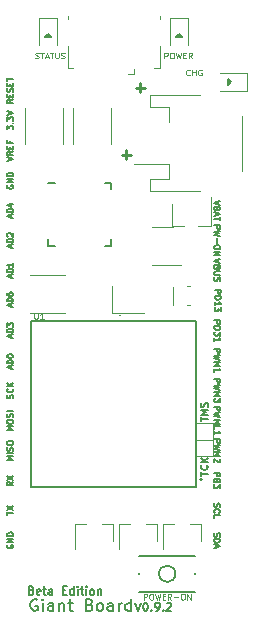
<source format=gto>
G04 #@! TF.GenerationSoftware,KiCad,Pcbnew,5.1.4-e60b266~84~ubuntu19.04.1*
G04 #@! TF.CreationDate,2019-08-26T11:52:45-07:00*
G04 #@! TF.ProjectId,ATSAMA5D27-1G,41545341-4d41-4354-9432-372d31472e6b,rev?*
G04 #@! TF.SameCoordinates,Original*
G04 #@! TF.FileFunction,Legend,Top*
G04 #@! TF.FilePolarity,Positive*
%FSLAX46Y46*%
G04 Gerber Fmt 4.6, Leading zero omitted, Abs format (unit mm)*
G04 Created by KiCad (PCBNEW 5.1.4-e60b266~84~ubuntu19.04.1) date 2019-08-26 11:52:45*
%MOMM*%
%LPD*%
G04 APERTURE LIST*
%ADD10C,0.150000*%
%ADD11C,0.250000*%
%ADD12C,0.175000*%
%ADD13C,0.125000*%
%ADD14C,0.200000*%
%ADD15C,0.127000*%
%ADD16C,0.120000*%
%ADD17C,0.203200*%
%ADD18C,0.100000*%
G04 APERTURE END LIST*
D10*
X144772460Y-76121420D02*
X145026460Y-75867420D01*
X144772460Y-75613420D02*
X144772460Y-76121420D01*
X145026460Y-75867420D02*
X144772460Y-75613420D01*
X135653860Y-95603220D02*
G75*
G03X135653860Y-95603220I-50800J0D01*
G01*
X140886260Y-72006620D02*
X140632260Y-71752620D01*
X140378260Y-72006620D02*
X140886260Y-72006620D01*
X140632260Y-71752620D02*
X140378260Y-72006620D01*
X129837260Y-72006620D02*
X129329260Y-72006620D01*
X129583260Y-71752620D02*
X129837260Y-72006620D01*
X129583260Y-71752620D02*
X129329260Y-72006620D01*
D11*
X137000107Y-76345248D02*
X137762012Y-76345248D01*
X137381060Y-76726200D02*
X137381060Y-75964296D01*
X135806307Y-81984048D02*
X136568212Y-81984048D01*
X136187260Y-82365000D02*
X136187260Y-81603096D01*
D12*
X128172326Y-118883120D02*
X128272326Y-118916453D01*
X128305660Y-118949786D01*
X128338993Y-119016453D01*
X128338993Y-119116453D01*
X128305660Y-119183120D01*
X128272326Y-119216453D01*
X128205660Y-119249786D01*
X127938993Y-119249786D01*
X127938993Y-118549786D01*
X128172326Y-118549786D01*
X128238993Y-118583120D01*
X128272326Y-118616453D01*
X128305660Y-118683120D01*
X128305660Y-118749786D01*
X128272326Y-118816453D01*
X128238993Y-118849786D01*
X128172326Y-118883120D01*
X127938993Y-118883120D01*
X128905660Y-119216453D02*
X128838993Y-119249786D01*
X128705660Y-119249786D01*
X128638993Y-119216453D01*
X128605660Y-119149786D01*
X128605660Y-118883120D01*
X128638993Y-118816453D01*
X128705660Y-118783120D01*
X128838993Y-118783120D01*
X128905660Y-118816453D01*
X128938993Y-118883120D01*
X128938993Y-118949786D01*
X128605660Y-119016453D01*
X129138993Y-118783120D02*
X129405660Y-118783120D01*
X129238993Y-118549786D02*
X129238993Y-119149786D01*
X129272326Y-119216453D01*
X129338993Y-119249786D01*
X129405660Y-119249786D01*
X129938993Y-119249786D02*
X129938993Y-118883120D01*
X129905660Y-118816453D01*
X129838993Y-118783120D01*
X129705660Y-118783120D01*
X129638993Y-118816453D01*
X129938993Y-119216453D02*
X129872326Y-119249786D01*
X129705660Y-119249786D01*
X129638993Y-119216453D01*
X129605660Y-119149786D01*
X129605660Y-119083120D01*
X129638993Y-119016453D01*
X129705660Y-118983120D01*
X129872326Y-118983120D01*
X129938993Y-118949786D01*
X130805660Y-118883120D02*
X131038993Y-118883120D01*
X131138993Y-119249786D02*
X130805660Y-119249786D01*
X130805660Y-118549786D01*
X131138993Y-118549786D01*
X131738993Y-119249786D02*
X131738993Y-118549786D01*
X131738993Y-119216453D02*
X131672326Y-119249786D01*
X131538993Y-119249786D01*
X131472326Y-119216453D01*
X131438993Y-119183120D01*
X131405660Y-119116453D01*
X131405660Y-118916453D01*
X131438993Y-118849786D01*
X131472326Y-118816453D01*
X131538993Y-118783120D01*
X131672326Y-118783120D01*
X131738993Y-118816453D01*
X132072326Y-119249786D02*
X132072326Y-118783120D01*
X132072326Y-118549786D02*
X132038993Y-118583120D01*
X132072326Y-118616453D01*
X132105660Y-118583120D01*
X132072326Y-118549786D01*
X132072326Y-118616453D01*
X132305660Y-118783120D02*
X132572326Y-118783120D01*
X132405660Y-118549786D02*
X132405660Y-119149786D01*
X132438993Y-119216453D01*
X132505660Y-119249786D01*
X132572326Y-119249786D01*
X132805660Y-119249786D02*
X132805660Y-118783120D01*
X132805660Y-118549786D02*
X132772326Y-118583120D01*
X132805660Y-118616453D01*
X132838993Y-118583120D01*
X132805660Y-118549786D01*
X132805660Y-118616453D01*
X133238993Y-119249786D02*
X133172326Y-119216453D01*
X133138993Y-119183120D01*
X133105660Y-119116453D01*
X133105660Y-118916453D01*
X133138993Y-118849786D01*
X133172326Y-118816453D01*
X133238993Y-118783120D01*
X133338993Y-118783120D01*
X133405660Y-118816453D01*
X133438993Y-118849786D01*
X133472326Y-118916453D01*
X133472326Y-119116453D01*
X133438993Y-119183120D01*
X133405660Y-119216453D01*
X133338993Y-119249786D01*
X133238993Y-119249786D01*
X133772326Y-118783120D02*
X133772326Y-119249786D01*
X133772326Y-118849786D02*
X133805660Y-118816453D01*
X133872326Y-118783120D01*
X133972326Y-118783120D01*
X134038993Y-118816453D01*
X134072326Y-118883120D01*
X134072326Y-119249786D01*
X136957393Y-119908686D02*
X137190726Y-120608686D01*
X137424060Y-119908686D01*
X137790726Y-119908686D02*
X137857393Y-119908686D01*
X137924060Y-119942020D01*
X137957393Y-119975353D01*
X137990726Y-120042020D01*
X138024060Y-120175353D01*
X138024060Y-120342020D01*
X137990726Y-120475353D01*
X137957393Y-120542020D01*
X137924060Y-120575353D01*
X137857393Y-120608686D01*
X137790726Y-120608686D01*
X137724060Y-120575353D01*
X137690726Y-120542020D01*
X137657393Y-120475353D01*
X137624060Y-120342020D01*
X137624060Y-120175353D01*
X137657393Y-120042020D01*
X137690726Y-119975353D01*
X137724060Y-119942020D01*
X137790726Y-119908686D01*
X138324060Y-120542020D02*
X138357393Y-120575353D01*
X138324060Y-120608686D01*
X138290726Y-120575353D01*
X138324060Y-120542020D01*
X138324060Y-120608686D01*
X138690726Y-120608686D02*
X138824060Y-120608686D01*
X138890726Y-120575353D01*
X138924060Y-120542020D01*
X138990726Y-120442020D01*
X139024060Y-120308686D01*
X139024060Y-120042020D01*
X138990726Y-119975353D01*
X138957393Y-119942020D01*
X138890726Y-119908686D01*
X138757393Y-119908686D01*
X138690726Y-119942020D01*
X138657393Y-119975353D01*
X138624060Y-120042020D01*
X138624060Y-120208686D01*
X138657393Y-120275353D01*
X138690726Y-120308686D01*
X138757393Y-120342020D01*
X138890726Y-120342020D01*
X138957393Y-120308686D01*
X138990726Y-120275353D01*
X139024060Y-120208686D01*
X139324060Y-120542020D02*
X139357393Y-120575353D01*
X139324060Y-120608686D01*
X139290726Y-120575353D01*
X139324060Y-120542020D01*
X139324060Y-120608686D01*
X139624060Y-119975353D02*
X139657393Y-119942020D01*
X139724060Y-119908686D01*
X139890726Y-119908686D01*
X139957393Y-119942020D01*
X139990726Y-119975353D01*
X140024060Y-120042020D01*
X140024060Y-120108686D01*
X139990726Y-120208686D01*
X139590726Y-120608686D01*
X140024060Y-120608686D01*
D13*
X141570517Y-75233191D02*
X141546707Y-75257000D01*
X141475279Y-75280810D01*
X141427660Y-75280810D01*
X141356231Y-75257000D01*
X141308612Y-75209381D01*
X141284802Y-75161762D01*
X141260993Y-75066524D01*
X141260993Y-74995096D01*
X141284802Y-74899858D01*
X141308612Y-74852239D01*
X141356231Y-74804620D01*
X141427660Y-74780810D01*
X141475279Y-74780810D01*
X141546707Y-74804620D01*
X141570517Y-74828429D01*
X141784802Y-75280810D02*
X141784802Y-74780810D01*
X141784802Y-75018905D02*
X142070517Y-75018905D01*
X142070517Y-75280810D02*
X142070517Y-74780810D01*
X142570517Y-74804620D02*
X142522898Y-74780810D01*
X142451469Y-74780810D01*
X142380040Y-74804620D01*
X142332421Y-74852239D01*
X142308612Y-74899858D01*
X142284802Y-74995096D01*
X142284802Y-75066524D01*
X142308612Y-75161762D01*
X142332421Y-75209381D01*
X142380040Y-75257000D01*
X142451469Y-75280810D01*
X142499088Y-75280810D01*
X142570517Y-75257000D01*
X142594326Y-75233191D01*
X142594326Y-75066524D01*
X142499088Y-75066524D01*
D14*
X128650274Y-119665020D02*
X128555036Y-119617400D01*
X128412179Y-119617400D01*
X128269321Y-119665020D01*
X128174083Y-119760258D01*
X128126464Y-119855496D01*
X128078845Y-120045972D01*
X128078845Y-120188829D01*
X128126464Y-120379305D01*
X128174083Y-120474543D01*
X128269321Y-120569781D01*
X128412179Y-120617400D01*
X128507417Y-120617400D01*
X128650274Y-120569781D01*
X128697893Y-120522162D01*
X128697893Y-120188829D01*
X128507417Y-120188829D01*
X129126464Y-120617400D02*
X129126464Y-119950734D01*
X129126464Y-119617400D02*
X129078845Y-119665020D01*
X129126464Y-119712639D01*
X129174083Y-119665020D01*
X129126464Y-119617400D01*
X129126464Y-119712639D01*
X130031226Y-120617400D02*
X130031226Y-120093591D01*
X129983607Y-119998353D01*
X129888369Y-119950734D01*
X129697893Y-119950734D01*
X129602655Y-119998353D01*
X130031226Y-120569781D02*
X129935988Y-120617400D01*
X129697893Y-120617400D01*
X129602655Y-120569781D01*
X129555036Y-120474543D01*
X129555036Y-120379305D01*
X129602655Y-120284067D01*
X129697893Y-120236448D01*
X129935988Y-120236448D01*
X130031226Y-120188829D01*
X130507417Y-119950734D02*
X130507417Y-120617400D01*
X130507417Y-120045972D02*
X130555036Y-119998353D01*
X130650274Y-119950734D01*
X130793131Y-119950734D01*
X130888369Y-119998353D01*
X130935988Y-120093591D01*
X130935988Y-120617400D01*
X131269321Y-119950734D02*
X131650274Y-119950734D01*
X131412179Y-119617400D02*
X131412179Y-120474543D01*
X131459798Y-120569781D01*
X131555036Y-120617400D01*
X131650274Y-120617400D01*
X133078845Y-120093591D02*
X133221702Y-120141210D01*
X133269321Y-120188829D01*
X133316940Y-120284067D01*
X133316940Y-120426924D01*
X133269321Y-120522162D01*
X133221702Y-120569781D01*
X133126464Y-120617400D01*
X132745512Y-120617400D01*
X132745512Y-119617400D01*
X133078845Y-119617400D01*
X133174083Y-119665020D01*
X133221702Y-119712639D01*
X133269321Y-119807877D01*
X133269321Y-119903115D01*
X133221702Y-119998353D01*
X133174083Y-120045972D01*
X133078845Y-120093591D01*
X132745512Y-120093591D01*
X133888369Y-120617400D02*
X133793131Y-120569781D01*
X133745512Y-120522162D01*
X133697893Y-120426924D01*
X133697893Y-120141210D01*
X133745512Y-120045972D01*
X133793131Y-119998353D01*
X133888369Y-119950734D01*
X134031226Y-119950734D01*
X134126464Y-119998353D01*
X134174083Y-120045972D01*
X134221702Y-120141210D01*
X134221702Y-120426924D01*
X134174083Y-120522162D01*
X134126464Y-120569781D01*
X134031226Y-120617400D01*
X133888369Y-120617400D01*
X135078845Y-120617400D02*
X135078845Y-120093591D01*
X135031226Y-119998353D01*
X134935988Y-119950734D01*
X134745512Y-119950734D01*
X134650274Y-119998353D01*
X135078845Y-120569781D02*
X134983607Y-120617400D01*
X134745512Y-120617400D01*
X134650274Y-120569781D01*
X134602655Y-120474543D01*
X134602655Y-120379305D01*
X134650274Y-120284067D01*
X134745512Y-120236448D01*
X134983607Y-120236448D01*
X135078845Y-120188829D01*
X135555036Y-120617400D02*
X135555036Y-119950734D01*
X135555036Y-120141210D02*
X135602655Y-120045972D01*
X135650274Y-119998353D01*
X135745512Y-119950734D01*
X135840750Y-119950734D01*
X136602655Y-120617400D02*
X136602655Y-119617400D01*
X136602655Y-120569781D02*
X136507417Y-120617400D01*
X136316940Y-120617400D01*
X136221702Y-120569781D01*
X136174083Y-120522162D01*
X136126464Y-120426924D01*
X136126464Y-120141210D01*
X136174083Y-120045972D01*
X136221702Y-119998353D01*
X136316940Y-119950734D01*
X136507417Y-119950734D01*
X136602655Y-119998353D01*
D13*
X139426698Y-73848250D02*
X139426698Y-73348250D01*
X139617174Y-73348250D01*
X139664793Y-73372060D01*
X139688602Y-73395869D01*
X139712412Y-73443488D01*
X139712412Y-73514917D01*
X139688602Y-73562536D01*
X139664793Y-73586345D01*
X139617174Y-73610155D01*
X139426698Y-73610155D01*
X140021936Y-73348250D02*
X140117174Y-73348250D01*
X140164793Y-73372060D01*
X140212412Y-73419679D01*
X140236221Y-73514917D01*
X140236221Y-73681583D01*
X140212412Y-73776821D01*
X140164793Y-73824440D01*
X140117174Y-73848250D01*
X140021936Y-73848250D01*
X139974317Y-73824440D01*
X139926698Y-73776821D01*
X139902888Y-73681583D01*
X139902888Y-73514917D01*
X139926698Y-73419679D01*
X139974317Y-73372060D01*
X140021936Y-73348250D01*
X140402888Y-73348250D02*
X140521936Y-73848250D01*
X140617174Y-73491107D01*
X140712412Y-73848250D01*
X140831460Y-73348250D01*
X141021936Y-73586345D02*
X141188602Y-73586345D01*
X141260031Y-73848250D02*
X141021936Y-73848250D01*
X141021936Y-73348250D01*
X141260031Y-73348250D01*
X141760031Y-73848250D02*
X141593364Y-73610155D01*
X141474317Y-73848250D02*
X141474317Y-73348250D01*
X141664793Y-73348250D01*
X141712412Y-73372060D01*
X141736221Y-73395869D01*
X141760031Y-73443488D01*
X141760031Y-73514917D01*
X141736221Y-73562536D01*
X141712412Y-73586345D01*
X141664793Y-73610155D01*
X141474317Y-73610155D01*
X128492484Y-73824440D02*
X128563913Y-73848250D01*
X128682960Y-73848250D01*
X128730580Y-73824440D01*
X128754389Y-73800631D01*
X128778199Y-73753012D01*
X128778199Y-73705393D01*
X128754389Y-73657774D01*
X128730580Y-73633964D01*
X128682960Y-73610155D01*
X128587722Y-73586345D01*
X128540103Y-73562536D01*
X128516294Y-73538726D01*
X128492484Y-73491107D01*
X128492484Y-73443488D01*
X128516294Y-73395869D01*
X128540103Y-73372060D01*
X128587722Y-73348250D01*
X128706770Y-73348250D01*
X128778199Y-73372060D01*
X128921056Y-73348250D02*
X129206770Y-73348250D01*
X129063913Y-73848250D02*
X129063913Y-73348250D01*
X129349627Y-73705393D02*
X129587722Y-73705393D01*
X129302008Y-73848250D02*
X129468675Y-73348250D01*
X129635341Y-73848250D01*
X129730580Y-73348250D02*
X130016294Y-73348250D01*
X129873437Y-73848250D02*
X129873437Y-73348250D01*
X130182960Y-73348250D02*
X130182960Y-73753012D01*
X130206770Y-73800631D01*
X130230580Y-73824440D01*
X130278199Y-73848250D01*
X130373437Y-73848250D01*
X130421056Y-73824440D01*
X130444865Y-73800631D01*
X130468675Y-73753012D01*
X130468675Y-73348250D01*
X130682960Y-73824440D02*
X130754389Y-73848250D01*
X130873437Y-73848250D01*
X130921056Y-73824440D01*
X130944865Y-73800631D01*
X130968675Y-73753012D01*
X130968675Y-73705393D01*
X130944865Y-73657774D01*
X130921056Y-73633964D01*
X130873437Y-73610155D01*
X130778199Y-73586345D01*
X130730580Y-73562536D01*
X130706770Y-73538726D01*
X130682960Y-73491107D01*
X130682960Y-73443488D01*
X130706770Y-73395869D01*
X130730580Y-73372060D01*
X130778199Y-73348250D01*
X130897246Y-73348250D01*
X130968675Y-73372060D01*
D15*
X144136250Y-85878648D02*
X143628250Y-86047981D01*
X144136250Y-86217315D01*
X143894345Y-86555981D02*
X143870155Y-86628553D01*
X143845964Y-86652743D01*
X143797583Y-86676934D01*
X143725012Y-86676934D01*
X143676631Y-86652743D01*
X143652440Y-86628553D01*
X143628250Y-86580172D01*
X143628250Y-86386648D01*
X144136250Y-86386648D01*
X144136250Y-86555981D01*
X144112060Y-86604362D01*
X144087869Y-86628553D01*
X144039488Y-86652743D01*
X143991107Y-86652743D01*
X143942726Y-86628553D01*
X143918536Y-86604362D01*
X143894345Y-86555981D01*
X143894345Y-86386648D01*
X143773393Y-86870458D02*
X143773393Y-87112362D01*
X143628250Y-86822077D02*
X144136250Y-86991410D01*
X143628250Y-87160743D01*
X144136250Y-87257505D02*
X144136250Y-87547791D01*
X143628250Y-87402648D02*
X144136250Y-87402648D01*
X143653650Y-87983220D02*
X144161650Y-87983220D01*
X144161650Y-88176743D01*
X144137460Y-88225124D01*
X144113269Y-88249315D01*
X144064888Y-88273505D01*
X143992317Y-88273505D01*
X143943936Y-88249315D01*
X143919745Y-88225124D01*
X143895555Y-88176743D01*
X143895555Y-87983220D01*
X144161650Y-88442839D02*
X143653650Y-88563791D01*
X144016507Y-88660553D01*
X143653650Y-88757315D01*
X144161650Y-88878267D01*
X143847174Y-89071791D02*
X143847174Y-89458839D01*
X144161650Y-89797505D02*
X144161650Y-89894267D01*
X144137460Y-89942648D01*
X144089079Y-89991029D01*
X143992317Y-90015220D01*
X143822983Y-90015220D01*
X143726221Y-89991029D01*
X143677840Y-89942648D01*
X143653650Y-89894267D01*
X143653650Y-89797505D01*
X143677840Y-89749124D01*
X143726221Y-89700743D01*
X143822983Y-89676553D01*
X143992317Y-89676553D01*
X144089079Y-89700743D01*
X144137460Y-89749124D01*
X144161650Y-89797505D01*
X143653650Y-90232934D02*
X144161650Y-90232934D01*
X143653650Y-90523220D01*
X144161650Y-90523220D01*
X144161650Y-90861886D02*
X143653650Y-91031220D01*
X144161650Y-91200553D01*
X143919745Y-91539220D02*
X143895555Y-91611791D01*
X143871364Y-91635981D01*
X143822983Y-91660172D01*
X143750412Y-91660172D01*
X143702031Y-91635981D01*
X143677840Y-91611791D01*
X143653650Y-91563410D01*
X143653650Y-91369886D01*
X144161650Y-91369886D01*
X144161650Y-91539220D01*
X144137460Y-91587600D01*
X144113269Y-91611791D01*
X144064888Y-91635981D01*
X144016507Y-91635981D01*
X143968126Y-91611791D01*
X143943936Y-91587600D01*
X143919745Y-91539220D01*
X143919745Y-91369886D01*
X144161650Y-91877886D02*
X143750412Y-91877886D01*
X143702031Y-91902077D01*
X143677840Y-91926267D01*
X143653650Y-91974648D01*
X143653650Y-92071410D01*
X143677840Y-92119791D01*
X143702031Y-92143981D01*
X143750412Y-92168172D01*
X144161650Y-92168172D01*
X143677840Y-92385886D02*
X143653650Y-92458458D01*
X143653650Y-92579410D01*
X143677840Y-92627791D01*
X143702031Y-92651981D01*
X143750412Y-92676172D01*
X143798793Y-92676172D01*
X143847174Y-92651981D01*
X143871364Y-92627791D01*
X143895555Y-92579410D01*
X143919745Y-92482648D01*
X143943936Y-92434267D01*
X143968126Y-92410077D01*
X144016507Y-92385886D01*
X144064888Y-92385886D01*
X144113269Y-92410077D01*
X144137460Y-92434267D01*
X144161650Y-92482648D01*
X144161650Y-92603600D01*
X144137460Y-92676172D01*
X143679050Y-93462362D02*
X144187050Y-93462362D01*
X144187050Y-93655886D01*
X144162860Y-93704267D01*
X144138669Y-93728458D01*
X144090288Y-93752648D01*
X144017717Y-93752648D01*
X143969336Y-93728458D01*
X143945145Y-93704267D01*
X143920955Y-93655886D01*
X143920955Y-93462362D01*
X143679050Y-93970362D02*
X144187050Y-93970362D01*
X144187050Y-94091315D01*
X144162860Y-94163886D01*
X144114479Y-94212267D01*
X144066098Y-94236458D01*
X143969336Y-94260648D01*
X143896764Y-94260648D01*
X143800002Y-94236458D01*
X143751621Y-94212267D01*
X143703240Y-94163886D01*
X143679050Y-94091315D01*
X143679050Y-93970362D01*
X143679050Y-94744458D02*
X143679050Y-94454172D01*
X143679050Y-94599315D02*
X144187050Y-94599315D01*
X144114479Y-94550934D01*
X144066098Y-94502553D01*
X144041907Y-94454172D01*
X144187050Y-94913791D02*
X144187050Y-95228267D01*
X143993526Y-95058934D01*
X143993526Y-95131505D01*
X143969336Y-95179886D01*
X143945145Y-95204077D01*
X143896764Y-95228267D01*
X143775812Y-95228267D01*
X143727431Y-95204077D01*
X143703240Y-95179886D01*
X143679050Y-95131505D01*
X143679050Y-94986362D01*
X143703240Y-94937981D01*
X143727431Y-94913791D01*
X143653650Y-96027762D02*
X144161650Y-96027762D01*
X144161650Y-96221286D01*
X144137460Y-96269667D01*
X144113269Y-96293858D01*
X144064888Y-96318048D01*
X143992317Y-96318048D01*
X143943936Y-96293858D01*
X143919745Y-96269667D01*
X143895555Y-96221286D01*
X143895555Y-96027762D01*
X143653650Y-96535762D02*
X144161650Y-96535762D01*
X144161650Y-96656715D01*
X144137460Y-96729286D01*
X144089079Y-96777667D01*
X144040698Y-96801858D01*
X143943936Y-96826048D01*
X143871364Y-96826048D01*
X143774602Y-96801858D01*
X143726221Y-96777667D01*
X143677840Y-96729286D01*
X143653650Y-96656715D01*
X143653650Y-96535762D01*
X144161650Y-96995381D02*
X144161650Y-97309858D01*
X143968126Y-97140524D01*
X143968126Y-97213096D01*
X143943936Y-97261477D01*
X143919745Y-97285667D01*
X143871364Y-97309858D01*
X143750412Y-97309858D01*
X143702031Y-97285667D01*
X143677840Y-97261477D01*
X143653650Y-97213096D01*
X143653650Y-97067953D01*
X143677840Y-97019572D01*
X143702031Y-96995381D01*
X143653650Y-97793667D02*
X143653650Y-97503381D01*
X143653650Y-97648524D02*
X144161650Y-97648524D01*
X144089079Y-97600143D01*
X144040698Y-97551762D01*
X144016507Y-97503381D01*
X143653650Y-98457696D02*
X144161650Y-98457696D01*
X144161650Y-98651220D01*
X144137460Y-98699600D01*
X144113269Y-98723791D01*
X144064888Y-98747981D01*
X143992317Y-98747981D01*
X143943936Y-98723791D01*
X143919745Y-98699600D01*
X143895555Y-98651220D01*
X143895555Y-98457696D01*
X144161650Y-98917315D02*
X143653650Y-99038267D01*
X144016507Y-99135029D01*
X143653650Y-99231791D01*
X144161650Y-99352743D01*
X143653650Y-99546267D02*
X144161650Y-99546267D01*
X143798793Y-99715600D01*
X144161650Y-99884934D01*
X143653650Y-99884934D01*
X143653650Y-100392934D02*
X143653650Y-100102648D01*
X143653650Y-100247791D02*
X144161650Y-100247791D01*
X144089079Y-100199410D01*
X144040698Y-100151029D01*
X144016507Y-100102648D01*
X143653650Y-100997696D02*
X144161650Y-100997696D01*
X144161650Y-101191220D01*
X144137460Y-101239600D01*
X144113269Y-101263791D01*
X144064888Y-101287981D01*
X143992317Y-101287981D01*
X143943936Y-101263791D01*
X143919745Y-101239600D01*
X143895555Y-101191220D01*
X143895555Y-100997696D01*
X144161650Y-101457315D02*
X143653650Y-101578267D01*
X144016507Y-101675029D01*
X143653650Y-101771791D01*
X144161650Y-101892743D01*
X143653650Y-102086267D02*
X144161650Y-102086267D01*
X143798793Y-102255600D01*
X144161650Y-102424934D01*
X143653650Y-102424934D01*
X144161650Y-102618458D02*
X144161650Y-102932934D01*
X143968126Y-102763600D01*
X143968126Y-102836172D01*
X143943936Y-102884553D01*
X143919745Y-102908743D01*
X143871364Y-102932934D01*
X143750412Y-102932934D01*
X143702031Y-102908743D01*
X143677840Y-102884553D01*
X143653650Y-102836172D01*
X143653650Y-102691029D01*
X143677840Y-102642648D01*
X143702031Y-102618458D01*
X143653650Y-103332077D02*
X144161650Y-103332077D01*
X144161650Y-103525600D01*
X144137460Y-103573981D01*
X144113269Y-103598172D01*
X144064888Y-103622362D01*
X143992317Y-103622362D01*
X143943936Y-103598172D01*
X143919745Y-103573981D01*
X143895555Y-103525600D01*
X143895555Y-103332077D01*
X144161650Y-103791696D02*
X143653650Y-103912648D01*
X144016507Y-104009410D01*
X143653650Y-104106172D01*
X144161650Y-104227124D01*
X143653650Y-104420648D02*
X144161650Y-104420648D01*
X143798793Y-104589981D01*
X144161650Y-104759315D01*
X143653650Y-104759315D01*
X143653650Y-105243124D02*
X143653650Y-105001220D01*
X144161650Y-105001220D01*
X143653650Y-105678553D02*
X143653650Y-105388267D01*
X143653650Y-105533410D02*
X144161650Y-105533410D01*
X144089079Y-105485029D01*
X144040698Y-105436648D01*
X144016507Y-105388267D01*
X143653650Y-106103096D02*
X144161650Y-106103096D01*
X144161650Y-106296620D01*
X144137460Y-106345000D01*
X144113269Y-106369191D01*
X144064888Y-106393381D01*
X143992317Y-106393381D01*
X143943936Y-106369191D01*
X143919745Y-106345000D01*
X143895555Y-106296620D01*
X143895555Y-106103096D01*
X144161650Y-106562715D02*
X143653650Y-106683667D01*
X144016507Y-106780429D01*
X143653650Y-106877191D01*
X144161650Y-106998143D01*
X143653650Y-107191667D02*
X144161650Y-107191667D01*
X143798793Y-107361000D01*
X144161650Y-107530334D01*
X143653650Y-107530334D01*
X144113269Y-107748048D02*
X144137460Y-107772239D01*
X144161650Y-107820620D01*
X144161650Y-107941572D01*
X144137460Y-107989953D01*
X144113269Y-108014143D01*
X144064888Y-108038334D01*
X144016507Y-108038334D01*
X143943936Y-108014143D01*
X143653650Y-107723858D01*
X143653650Y-108038334D01*
X143628250Y-108944267D02*
X144136250Y-108944267D01*
X144136250Y-109137791D01*
X144112060Y-109186172D01*
X144087869Y-109210362D01*
X144039488Y-109234553D01*
X143966917Y-109234553D01*
X143918536Y-109210362D01*
X143894345Y-109186172D01*
X143870155Y-109137791D01*
X143870155Y-108944267D01*
X143894345Y-109621600D02*
X143870155Y-109694172D01*
X143845964Y-109718362D01*
X143797583Y-109742553D01*
X143725012Y-109742553D01*
X143676631Y-109718362D01*
X143652440Y-109694172D01*
X143628250Y-109645791D01*
X143628250Y-109452267D01*
X144136250Y-109452267D01*
X144136250Y-109621600D01*
X144112060Y-109669981D01*
X144087869Y-109694172D01*
X144039488Y-109718362D01*
X143991107Y-109718362D01*
X143942726Y-109694172D01*
X143918536Y-109669981D01*
X143894345Y-109621600D01*
X143894345Y-109452267D01*
X144136250Y-109911886D02*
X144136250Y-110226362D01*
X143942726Y-110057029D01*
X143942726Y-110129600D01*
X143918536Y-110177981D01*
X143894345Y-110202172D01*
X143845964Y-110226362D01*
X143725012Y-110226362D01*
X143676631Y-110202172D01*
X143652440Y-110177981D01*
X143628250Y-110129600D01*
X143628250Y-109984458D01*
X143652440Y-109936077D01*
X143676631Y-109911886D01*
X143652440Y-111508458D02*
X143628250Y-111581029D01*
X143628250Y-111701981D01*
X143652440Y-111750362D01*
X143676631Y-111774553D01*
X143725012Y-111798743D01*
X143773393Y-111798743D01*
X143821774Y-111774553D01*
X143845964Y-111750362D01*
X143870155Y-111701981D01*
X143894345Y-111605220D01*
X143918536Y-111556839D01*
X143942726Y-111532648D01*
X143991107Y-111508458D01*
X144039488Y-111508458D01*
X144087869Y-111532648D01*
X144112060Y-111556839D01*
X144136250Y-111605220D01*
X144136250Y-111726172D01*
X144112060Y-111798743D01*
X143676631Y-112306743D02*
X143652440Y-112282553D01*
X143628250Y-112209981D01*
X143628250Y-112161600D01*
X143652440Y-112089029D01*
X143700821Y-112040648D01*
X143749202Y-112016458D01*
X143845964Y-111992267D01*
X143918536Y-111992267D01*
X144015298Y-112016458D01*
X144063679Y-112040648D01*
X144112060Y-112089029D01*
X144136250Y-112161600D01*
X144136250Y-112209981D01*
X144112060Y-112282553D01*
X144087869Y-112306743D01*
X143628250Y-112766362D02*
X143628250Y-112524458D01*
X144136250Y-112524458D01*
X143652440Y-114036362D02*
X143628250Y-114108934D01*
X143628250Y-114229886D01*
X143652440Y-114278267D01*
X143676631Y-114302458D01*
X143725012Y-114326648D01*
X143773393Y-114326648D01*
X143821774Y-114302458D01*
X143845964Y-114278267D01*
X143870155Y-114229886D01*
X143894345Y-114133124D01*
X143918536Y-114084743D01*
X143942726Y-114060553D01*
X143991107Y-114036362D01*
X144039488Y-114036362D01*
X144087869Y-114060553D01*
X144112060Y-114084743D01*
X144136250Y-114133124D01*
X144136250Y-114254077D01*
X144112060Y-114326648D01*
X143628250Y-114544362D02*
X144136250Y-114544362D01*
X144136250Y-114665315D01*
X144112060Y-114737886D01*
X144063679Y-114786267D01*
X144015298Y-114810458D01*
X143918536Y-114834648D01*
X143845964Y-114834648D01*
X143749202Y-114810458D01*
X143700821Y-114786267D01*
X143652440Y-114737886D01*
X143628250Y-114665315D01*
X143628250Y-114544362D01*
X143773393Y-115028172D02*
X143773393Y-115270077D01*
X143628250Y-114979791D02*
X144136250Y-115149124D01*
X143628250Y-115318458D01*
X126128860Y-115040267D02*
X126104669Y-115088648D01*
X126104669Y-115161220D01*
X126128860Y-115233791D01*
X126177240Y-115282172D01*
X126225621Y-115306362D01*
X126322383Y-115330553D01*
X126394955Y-115330553D01*
X126491717Y-115306362D01*
X126540098Y-115282172D01*
X126588479Y-115233791D01*
X126612669Y-115161220D01*
X126612669Y-115112839D01*
X126588479Y-115040267D01*
X126564288Y-115016077D01*
X126394955Y-115016077D01*
X126394955Y-115112839D01*
X126612669Y-114798362D02*
X126104669Y-114798362D01*
X126612669Y-114508077D01*
X126104669Y-114508077D01*
X126612669Y-114266172D02*
X126104669Y-114266172D01*
X126104669Y-114145220D01*
X126128860Y-114072648D01*
X126177240Y-114024267D01*
X126225621Y-114000077D01*
X126322383Y-113975886D01*
X126394955Y-113975886D01*
X126491717Y-114000077D01*
X126540098Y-114024267D01*
X126588479Y-114072648D01*
X126612669Y-114145220D01*
X126612669Y-114266172D01*
X126104669Y-112500267D02*
X126104669Y-112209981D01*
X126612669Y-112355124D02*
X126104669Y-112355124D01*
X126104669Y-112089029D02*
X126612669Y-111750362D01*
X126104669Y-111750362D02*
X126612669Y-112089029D01*
X126612669Y-109683286D02*
X126370764Y-109852620D01*
X126612669Y-109973572D02*
X126104669Y-109973572D01*
X126104669Y-109780048D01*
X126128860Y-109731667D01*
X126153050Y-109707477D01*
X126201431Y-109683286D01*
X126274002Y-109683286D01*
X126322383Y-109707477D01*
X126346574Y-109731667D01*
X126370764Y-109780048D01*
X126370764Y-109973572D01*
X126104669Y-109513953D02*
X126612669Y-109175286D01*
X126104669Y-109175286D02*
X126612669Y-109513953D01*
X126587269Y-107856905D02*
X126079269Y-107856905D01*
X126442126Y-107687572D01*
X126079269Y-107518239D01*
X126587269Y-107518239D01*
X126587269Y-107276334D02*
X126079269Y-107276334D01*
X126563079Y-107058620D02*
X126587269Y-106986048D01*
X126587269Y-106865096D01*
X126563079Y-106816715D01*
X126538888Y-106792524D01*
X126490507Y-106768334D01*
X126442126Y-106768334D01*
X126393745Y-106792524D01*
X126369555Y-106816715D01*
X126345364Y-106865096D01*
X126321174Y-106961858D01*
X126296983Y-107010239D01*
X126272793Y-107034429D01*
X126224412Y-107058620D01*
X126176031Y-107058620D01*
X126127650Y-107034429D01*
X126103460Y-107010239D01*
X126079269Y-106961858D01*
X126079269Y-106840905D01*
X126103460Y-106768334D01*
X126079269Y-106453858D02*
X126079269Y-106357096D01*
X126103460Y-106308715D01*
X126151840Y-106260334D01*
X126248602Y-106236143D01*
X126417936Y-106236143D01*
X126514698Y-106260334D01*
X126563079Y-106308715D01*
X126587269Y-106357096D01*
X126587269Y-106453858D01*
X126563079Y-106502239D01*
X126514698Y-106550620D01*
X126417936Y-106574810D01*
X126248602Y-106574810D01*
X126151840Y-106550620D01*
X126103460Y-106502239D01*
X126079269Y-106453858D01*
X126587269Y-105316905D02*
X126079269Y-105316905D01*
X126442126Y-105147572D01*
X126079269Y-104978239D01*
X126587269Y-104978239D01*
X126079269Y-104639572D02*
X126079269Y-104542810D01*
X126103460Y-104494429D01*
X126151840Y-104446048D01*
X126248602Y-104421858D01*
X126417936Y-104421858D01*
X126514698Y-104446048D01*
X126563079Y-104494429D01*
X126587269Y-104542810D01*
X126587269Y-104639572D01*
X126563079Y-104687953D01*
X126514698Y-104736334D01*
X126417936Y-104760524D01*
X126248602Y-104760524D01*
X126151840Y-104736334D01*
X126103460Y-104687953D01*
X126079269Y-104639572D01*
X126563079Y-104228334D02*
X126587269Y-104155762D01*
X126587269Y-104034810D01*
X126563079Y-103986429D01*
X126538888Y-103962239D01*
X126490507Y-103938048D01*
X126442126Y-103938048D01*
X126393745Y-103962239D01*
X126369555Y-103986429D01*
X126345364Y-104034810D01*
X126321174Y-104131572D01*
X126296983Y-104179953D01*
X126272793Y-104204143D01*
X126224412Y-104228334D01*
X126176031Y-104228334D01*
X126127650Y-104204143D01*
X126103460Y-104179953D01*
X126079269Y-104131572D01*
X126079269Y-104010620D01*
X126103460Y-103938048D01*
X126587269Y-103720334D02*
X126079269Y-103720334D01*
X126588479Y-102606362D02*
X126612669Y-102533791D01*
X126612669Y-102412839D01*
X126588479Y-102364458D01*
X126564288Y-102340267D01*
X126515907Y-102316077D01*
X126467526Y-102316077D01*
X126419145Y-102340267D01*
X126394955Y-102364458D01*
X126370764Y-102412839D01*
X126346574Y-102509600D01*
X126322383Y-102557981D01*
X126298193Y-102582172D01*
X126249812Y-102606362D01*
X126201431Y-102606362D01*
X126153050Y-102582172D01*
X126128860Y-102557981D01*
X126104669Y-102509600D01*
X126104669Y-102388648D01*
X126128860Y-102316077D01*
X126564288Y-101808077D02*
X126588479Y-101832267D01*
X126612669Y-101904839D01*
X126612669Y-101953220D01*
X126588479Y-102025791D01*
X126540098Y-102074172D01*
X126491717Y-102098362D01*
X126394955Y-102122553D01*
X126322383Y-102122553D01*
X126225621Y-102098362D01*
X126177240Y-102074172D01*
X126128860Y-102025791D01*
X126104669Y-101953220D01*
X126104669Y-101904839D01*
X126128860Y-101832267D01*
X126153050Y-101808077D01*
X126612669Y-101590362D02*
X126104669Y-101590362D01*
X126612669Y-101300077D02*
X126322383Y-101517791D01*
X126104669Y-101300077D02*
X126394955Y-101590362D01*
X126467526Y-92410077D02*
X126467526Y-92168172D01*
X126612669Y-92458458D02*
X126104669Y-92289124D01*
X126612669Y-92119791D01*
X126612669Y-91950458D02*
X126104669Y-91950458D01*
X126104669Y-91829505D01*
X126128860Y-91756934D01*
X126177240Y-91708553D01*
X126225621Y-91684362D01*
X126322383Y-91660172D01*
X126394955Y-91660172D01*
X126491717Y-91684362D01*
X126540098Y-91708553D01*
X126588479Y-91756934D01*
X126612669Y-91829505D01*
X126612669Y-91950458D01*
X126612669Y-91176362D02*
X126612669Y-91466648D01*
X126612669Y-91321505D02*
X126104669Y-91321505D01*
X126177240Y-91369886D01*
X126225621Y-91418267D01*
X126249812Y-91466648D01*
X126447206Y-94878957D02*
X126447206Y-94637052D01*
X126592349Y-94927338D02*
X126084349Y-94758004D01*
X126592349Y-94588671D01*
X126592349Y-94419338D02*
X126084349Y-94419338D01*
X126084349Y-94298385D01*
X126108540Y-94225814D01*
X126156920Y-94177433D01*
X126205301Y-94153242D01*
X126302063Y-94129052D01*
X126374635Y-94129052D01*
X126471397Y-94153242D01*
X126519778Y-94177433D01*
X126568159Y-94225814D01*
X126592349Y-94298385D01*
X126592349Y-94419338D01*
X126084349Y-93669433D02*
X126084349Y-93911338D01*
X126326254Y-93935528D01*
X126302063Y-93911338D01*
X126277873Y-93862957D01*
X126277873Y-93742004D01*
X126302063Y-93693623D01*
X126326254Y-93669433D01*
X126374635Y-93645242D01*
X126495587Y-93645242D01*
X126543968Y-93669433D01*
X126568159Y-93693623D01*
X126592349Y-93742004D01*
X126592349Y-93862957D01*
X126568159Y-93911338D01*
X126543968Y-93935528D01*
X126467526Y-97490077D02*
X126467526Y-97248172D01*
X126612669Y-97538458D02*
X126104669Y-97369124D01*
X126612669Y-97199791D01*
X126612669Y-97030458D02*
X126104669Y-97030458D01*
X126104669Y-96909505D01*
X126128860Y-96836934D01*
X126177240Y-96788553D01*
X126225621Y-96764362D01*
X126322383Y-96740172D01*
X126394955Y-96740172D01*
X126491717Y-96764362D01*
X126540098Y-96788553D01*
X126588479Y-96836934D01*
X126612669Y-96909505D01*
X126612669Y-97030458D01*
X126104669Y-96570839D02*
X126104669Y-96256362D01*
X126298193Y-96425696D01*
X126298193Y-96353124D01*
X126322383Y-96304743D01*
X126346574Y-96280553D01*
X126394955Y-96256362D01*
X126515907Y-96256362D01*
X126564288Y-96280553D01*
X126588479Y-96304743D01*
X126612669Y-96353124D01*
X126612669Y-96498267D01*
X126588479Y-96546648D01*
X126564288Y-96570839D01*
X126467526Y-100131677D02*
X126467526Y-99889772D01*
X126612669Y-100180058D02*
X126104669Y-100010724D01*
X126612669Y-99841391D01*
X126612669Y-99672058D02*
X126104669Y-99672058D01*
X126104669Y-99551105D01*
X126128860Y-99478534D01*
X126177240Y-99430153D01*
X126225621Y-99405962D01*
X126322383Y-99381772D01*
X126394955Y-99381772D01*
X126491717Y-99405962D01*
X126540098Y-99430153D01*
X126588479Y-99478534D01*
X126612669Y-99551105D01*
X126612669Y-99672058D01*
X126104669Y-99067296D02*
X126104669Y-99018915D01*
X126128860Y-98970534D01*
X126153050Y-98946343D01*
X126201431Y-98922153D01*
X126298193Y-98897962D01*
X126419145Y-98897962D01*
X126515907Y-98922153D01*
X126564288Y-98946343D01*
X126588479Y-98970534D01*
X126612669Y-99018915D01*
X126612669Y-99067296D01*
X126588479Y-99115677D01*
X126564288Y-99139867D01*
X126515907Y-99164058D01*
X126419145Y-99188248D01*
X126298193Y-99188248D01*
X126201431Y-99164058D01*
X126153050Y-99139867D01*
X126128860Y-99115677D01*
X126104669Y-99067296D01*
X126467526Y-89870077D02*
X126467526Y-89628172D01*
X126612669Y-89918458D02*
X126104669Y-89749124D01*
X126612669Y-89579791D01*
X126612669Y-89410458D02*
X126104669Y-89410458D01*
X126104669Y-89289505D01*
X126128860Y-89216934D01*
X126177240Y-89168553D01*
X126225621Y-89144362D01*
X126322383Y-89120172D01*
X126394955Y-89120172D01*
X126491717Y-89144362D01*
X126540098Y-89168553D01*
X126588479Y-89216934D01*
X126612669Y-89289505D01*
X126612669Y-89410458D01*
X126153050Y-88926648D02*
X126128860Y-88902458D01*
X126104669Y-88854077D01*
X126104669Y-88733124D01*
X126128860Y-88684743D01*
X126153050Y-88660553D01*
X126201431Y-88636362D01*
X126249812Y-88636362D01*
X126322383Y-88660553D01*
X126612669Y-88950839D01*
X126612669Y-88636362D01*
X126467526Y-87330077D02*
X126467526Y-87088172D01*
X126612669Y-87378458D02*
X126104669Y-87209124D01*
X126612669Y-87039791D01*
X126612669Y-86870458D02*
X126104669Y-86870458D01*
X126104669Y-86749505D01*
X126128860Y-86676934D01*
X126177240Y-86628553D01*
X126225621Y-86604362D01*
X126322383Y-86580172D01*
X126394955Y-86580172D01*
X126491717Y-86604362D01*
X126540098Y-86628553D01*
X126588479Y-86676934D01*
X126612669Y-86749505D01*
X126612669Y-86870458D01*
X126274002Y-86144743D02*
X126612669Y-86144743D01*
X126080479Y-86265696D02*
X126443336Y-86386648D01*
X126443336Y-86072172D01*
X126104669Y-79843124D02*
X126104669Y-79528648D01*
X126298193Y-79697981D01*
X126298193Y-79625410D01*
X126322383Y-79577029D01*
X126346574Y-79552839D01*
X126394955Y-79528648D01*
X126515907Y-79528648D01*
X126564288Y-79552839D01*
X126588479Y-79577029D01*
X126612669Y-79625410D01*
X126612669Y-79770553D01*
X126588479Y-79818934D01*
X126564288Y-79843124D01*
X126564288Y-79310934D02*
X126588479Y-79286743D01*
X126612669Y-79310934D01*
X126588479Y-79335124D01*
X126564288Y-79310934D01*
X126612669Y-79310934D01*
X126104669Y-79117410D02*
X126104669Y-78802934D01*
X126298193Y-78972267D01*
X126298193Y-78899696D01*
X126322383Y-78851315D01*
X126346574Y-78827124D01*
X126394955Y-78802934D01*
X126515907Y-78802934D01*
X126564288Y-78827124D01*
X126588479Y-78851315D01*
X126612669Y-78899696D01*
X126612669Y-79044839D01*
X126588479Y-79093220D01*
X126564288Y-79117410D01*
X126104669Y-78657791D02*
X126612669Y-78488458D01*
X126104669Y-78319124D01*
X126612669Y-77316429D02*
X126370764Y-77485762D01*
X126612669Y-77606715D02*
X126104669Y-77606715D01*
X126104669Y-77413191D01*
X126128860Y-77364810D01*
X126153050Y-77340620D01*
X126201431Y-77316429D01*
X126274002Y-77316429D01*
X126322383Y-77340620D01*
X126346574Y-77364810D01*
X126370764Y-77413191D01*
X126370764Y-77606715D01*
X126346574Y-77098715D02*
X126346574Y-76929381D01*
X126612669Y-76856810D02*
X126612669Y-77098715D01*
X126104669Y-77098715D01*
X126104669Y-76856810D01*
X126588479Y-76663286D02*
X126612669Y-76590715D01*
X126612669Y-76469762D01*
X126588479Y-76421381D01*
X126564288Y-76397191D01*
X126515907Y-76373000D01*
X126467526Y-76373000D01*
X126419145Y-76397191D01*
X126394955Y-76421381D01*
X126370764Y-76469762D01*
X126346574Y-76566524D01*
X126322383Y-76614905D01*
X126298193Y-76639096D01*
X126249812Y-76663286D01*
X126201431Y-76663286D01*
X126153050Y-76639096D01*
X126128860Y-76614905D01*
X126104669Y-76566524D01*
X126104669Y-76445572D01*
X126128860Y-76373000D01*
X126346574Y-76155286D02*
X126346574Y-75985953D01*
X126612669Y-75913381D02*
X126612669Y-76155286D01*
X126104669Y-76155286D01*
X126104669Y-75913381D01*
X126104669Y-75768239D02*
X126104669Y-75477953D01*
X126612669Y-75623096D02*
X126104669Y-75623096D01*
X126104669Y-82504077D02*
X126612669Y-82334743D01*
X126104669Y-82165410D01*
X126612669Y-81705791D02*
X126370764Y-81875124D01*
X126612669Y-81996077D02*
X126104669Y-81996077D01*
X126104669Y-81802553D01*
X126128860Y-81754172D01*
X126153050Y-81729981D01*
X126201431Y-81705791D01*
X126274002Y-81705791D01*
X126322383Y-81729981D01*
X126346574Y-81754172D01*
X126370764Y-81802553D01*
X126370764Y-81996077D01*
X126346574Y-81488077D02*
X126346574Y-81318743D01*
X126612669Y-81246172D02*
X126612669Y-81488077D01*
X126104669Y-81488077D01*
X126104669Y-81246172D01*
X126346574Y-80859124D02*
X126346574Y-81028458D01*
X126612669Y-81028458D02*
X126104669Y-81028458D01*
X126104669Y-80786553D01*
X126128860Y-84585667D02*
X126104669Y-84634048D01*
X126104669Y-84706620D01*
X126128860Y-84779191D01*
X126177240Y-84827572D01*
X126225621Y-84851762D01*
X126322383Y-84875953D01*
X126394955Y-84875953D01*
X126491717Y-84851762D01*
X126540098Y-84827572D01*
X126588479Y-84779191D01*
X126612669Y-84706620D01*
X126612669Y-84658239D01*
X126588479Y-84585667D01*
X126564288Y-84561477D01*
X126394955Y-84561477D01*
X126394955Y-84658239D01*
X126612669Y-84343762D02*
X126104669Y-84343762D01*
X126612669Y-84053477D01*
X126104669Y-84053477D01*
X126612669Y-83811572D02*
X126104669Y-83811572D01*
X126104669Y-83690620D01*
X126128860Y-83618048D01*
X126177240Y-83569667D01*
X126225621Y-83545477D01*
X126322383Y-83521286D01*
X126394955Y-83521286D01*
X126491717Y-83545477D01*
X126540098Y-83569667D01*
X126588479Y-83618048D01*
X126612669Y-83690620D01*
X126612669Y-83811572D01*
X142124520Y-96089380D02*
X128124520Y-96089380D01*
X128124520Y-96089380D02*
X128124520Y-110089380D01*
X128124520Y-110089380D02*
X142124520Y-110089380D01*
X142124520Y-110089380D02*
X142124520Y-96089380D01*
D14*
X142627520Y-109489380D02*
G75*
G03X142627520Y-109489380I-100000J0D01*
G01*
D16*
X140049060Y-87993420D02*
X141099060Y-87993420D01*
X140049060Y-86193420D02*
X140049060Y-87993420D01*
X143349060Y-87993420D02*
X142299060Y-87993420D01*
X143349060Y-85593420D02*
X143349060Y-87993420D01*
X139024520Y-74624380D02*
X138574520Y-74624380D01*
X139024520Y-72774380D02*
X139024520Y-74624380D01*
X131224520Y-70224380D02*
X131224520Y-70474380D01*
X139024520Y-70224380D02*
X139024520Y-70474380D01*
X131224520Y-72774380D02*
X131224520Y-74624380D01*
X131224520Y-74624380D02*
X131674520Y-74624380D01*
X136824520Y-75174380D02*
X136374520Y-75174380D01*
X136824520Y-75174380D02*
X136824520Y-74724380D01*
X139791460Y-82801420D02*
X136891460Y-82801420D01*
X145991460Y-83351420D02*
X145991460Y-78701420D01*
X139791460Y-77976420D02*
X139791460Y-79251420D01*
X138191460Y-77976420D02*
X139791460Y-77976420D01*
X138191460Y-76976420D02*
X138191460Y-77976420D01*
X142416460Y-76976420D02*
X138191460Y-76976420D01*
X138191460Y-85076420D02*
X142416460Y-85076420D01*
X138191460Y-84076420D02*
X138191460Y-85076420D01*
X139791460Y-84076420D02*
X138191460Y-84076420D01*
X139791460Y-82801420D02*
X139791460Y-84076420D01*
D10*
X134919620Y-84361466D02*
X134919620Y-84911466D01*
X129569620Y-89711466D02*
X129569620Y-89161466D01*
X134919620Y-89711466D02*
X134919620Y-89161466D01*
X129569620Y-84361466D02*
X130119620Y-84361466D01*
X129569620Y-89711466D02*
X130119620Y-89711466D01*
X134919620Y-89711466D02*
X134369620Y-89711466D01*
X134919620Y-84361466D02*
X134369620Y-84361466D01*
D16*
X140130680Y-93187760D02*
X140130680Y-94687760D01*
X141330680Y-94737760D02*
X141630680Y-94737760D01*
X141330680Y-93137760D02*
X141630680Y-93137760D01*
X134967935Y-93069308D02*
X134967935Y-95369308D01*
X134967935Y-95369308D02*
X137667935Y-95369308D01*
X130827660Y-81075820D02*
X130827660Y-78075820D01*
X127627660Y-81075820D02*
X127627660Y-78075820D01*
X131717060Y-81075820D02*
X131717060Y-78075820D01*
X134917060Y-81075820D02*
X134917060Y-78075820D01*
X128032460Y-92199820D02*
X131032460Y-92199820D01*
X128032460Y-95399820D02*
X131032460Y-95399820D01*
D17*
X142011480Y-117429440D02*
X142011480Y-117525960D01*
X137312480Y-117429440D02*
X137312480Y-117525960D01*
X142011480Y-118976300D02*
X137312480Y-118976300D01*
X142011480Y-115979100D02*
X137312480Y-115979100D01*
X140355400Y-117477700D02*
G75*
G03X140355400Y-117477700I-693420J0D01*
G01*
D16*
X141407900Y-72689780D02*
X141407900Y-70404780D01*
X141407900Y-70404780D02*
X139937900Y-70404780D01*
X139937900Y-70404780D02*
X139937900Y-72689780D01*
X146379380Y-75091780D02*
X144094380Y-75091780D01*
X146379380Y-76561780D02*
X146379380Y-75091780D01*
X144094380Y-76561780D02*
X146379380Y-76561780D01*
X130297940Y-72689780D02*
X130297940Y-70404780D01*
X130297940Y-70404780D02*
X128827940Y-70404780D01*
X128827940Y-70404780D02*
X128827940Y-72689780D01*
X135054911Y-113232313D02*
X135054911Y-114692313D01*
X131894911Y-113232313D02*
X131894911Y-115392313D01*
X131894911Y-113232313D02*
X132824911Y-113232313D01*
X135054911Y-113232313D02*
X134124911Y-113232313D01*
X138765480Y-113227740D02*
X137835480Y-113227740D01*
X135605480Y-113227740D02*
X136535480Y-113227740D01*
X135605480Y-113227740D02*
X135605480Y-115387740D01*
X138765480Y-113227740D02*
X138765480Y-114687740D01*
X142489160Y-113223420D02*
X141559160Y-113223420D01*
X139329160Y-113223420D02*
X140259160Y-113223420D01*
X139329160Y-113223420D02*
X139329160Y-115383420D01*
X142489160Y-113223420D02*
X142489160Y-114683420D01*
X140186060Y-88125820D02*
X138386060Y-88125820D01*
X138386060Y-91345820D02*
X140836060Y-91345820D01*
X143521740Y-107532560D02*
X142121740Y-107532560D01*
X143521740Y-106132560D02*
X143521740Y-107532560D01*
X142121740Y-106132560D02*
X143521740Y-106132560D01*
X142121740Y-107532560D02*
X142121740Y-106132560D01*
X142116660Y-106135560D02*
X142116660Y-104735560D01*
X142116660Y-104735560D02*
X143516660Y-104735560D01*
X143516660Y-104735560D02*
X143516660Y-106135560D01*
X143516660Y-106135560D02*
X142116660Y-106135560D01*
D18*
X128401887Y-95390450D02*
X128401887Y-95795212D01*
X128425697Y-95842831D01*
X128449506Y-95866640D01*
X128497125Y-95890450D01*
X128592363Y-95890450D01*
X128639982Y-95866640D01*
X128663792Y-95842831D01*
X128687601Y-95795212D01*
X128687601Y-95390450D01*
X129187601Y-95890450D02*
X128901887Y-95890450D01*
X129044744Y-95890450D02*
X129044744Y-95390450D01*
X128997125Y-95461879D01*
X128949506Y-95509498D01*
X128901887Y-95533307D01*
X137678964Y-119654610D02*
X137678964Y-119154610D01*
X137869440Y-119154610D01*
X137917060Y-119178420D01*
X137940869Y-119202229D01*
X137964679Y-119249848D01*
X137964679Y-119321277D01*
X137940869Y-119368896D01*
X137917060Y-119392705D01*
X137869440Y-119416515D01*
X137678964Y-119416515D01*
X138274202Y-119154610D02*
X138369440Y-119154610D01*
X138417060Y-119178420D01*
X138464679Y-119226039D01*
X138488488Y-119321277D01*
X138488488Y-119487943D01*
X138464679Y-119583181D01*
X138417060Y-119630800D01*
X138369440Y-119654610D01*
X138274202Y-119654610D01*
X138226583Y-119630800D01*
X138178964Y-119583181D01*
X138155155Y-119487943D01*
X138155155Y-119321277D01*
X138178964Y-119226039D01*
X138226583Y-119178420D01*
X138274202Y-119154610D01*
X138655155Y-119154610D02*
X138774202Y-119654610D01*
X138869440Y-119297467D01*
X138964679Y-119654610D01*
X139083726Y-119154610D01*
X139274202Y-119392705D02*
X139440869Y-119392705D01*
X139512298Y-119654610D02*
X139274202Y-119654610D01*
X139274202Y-119154610D01*
X139512298Y-119154610D01*
X140012298Y-119654610D02*
X139845631Y-119416515D01*
X139726583Y-119654610D02*
X139726583Y-119154610D01*
X139917060Y-119154610D01*
X139964679Y-119178420D01*
X139988488Y-119202229D01*
X140012298Y-119249848D01*
X140012298Y-119321277D01*
X139988488Y-119368896D01*
X139964679Y-119392705D01*
X139917060Y-119416515D01*
X139726583Y-119416515D01*
X140226583Y-119464134D02*
X140607536Y-119464134D01*
X140940869Y-119154610D02*
X141036107Y-119154610D01*
X141083726Y-119178420D01*
X141131345Y-119226039D01*
X141155155Y-119321277D01*
X141155155Y-119487943D01*
X141131345Y-119583181D01*
X141083726Y-119630800D01*
X141036107Y-119654610D01*
X140940869Y-119654610D01*
X140893250Y-119630800D01*
X140845631Y-119583181D01*
X140821821Y-119487943D01*
X140821821Y-119321277D01*
X140845631Y-119226039D01*
X140893250Y-119178420D01*
X140940869Y-119154610D01*
X141369440Y-119654610D02*
X141369440Y-119154610D01*
X141655155Y-119654610D01*
X141655155Y-119154610D01*
D10*
X142495708Y-109176248D02*
X142495708Y-108833391D01*
X143095708Y-109004820D02*
X142495708Y-109004820D01*
X143038565Y-108290534D02*
X143067137Y-108319105D01*
X143095708Y-108404820D01*
X143095708Y-108461962D01*
X143067137Y-108547677D01*
X143009994Y-108604820D01*
X142952851Y-108633391D01*
X142838565Y-108661962D01*
X142752851Y-108661962D01*
X142638565Y-108633391D01*
X142581422Y-108604820D01*
X142524280Y-108547677D01*
X142495708Y-108461962D01*
X142495708Y-108404820D01*
X142524280Y-108319105D01*
X142552851Y-108290534D01*
X143095708Y-108033391D02*
X142495708Y-108033391D01*
X143095708Y-107690534D02*
X142752851Y-107947677D01*
X142495708Y-107690534D02*
X142838565Y-108033391D01*
X142503328Y-104556620D02*
X142503328Y-104213762D01*
X143103328Y-104385191D02*
X142503328Y-104385191D01*
X143103328Y-104013762D02*
X142503328Y-104013762D01*
X142931900Y-103813762D01*
X142503328Y-103613762D01*
X143103328Y-103613762D01*
X143074757Y-103356620D02*
X143103328Y-103270905D01*
X143103328Y-103128048D01*
X143074757Y-103070905D01*
X143046185Y-103042334D01*
X142989042Y-103013762D01*
X142931900Y-103013762D01*
X142874757Y-103042334D01*
X142846185Y-103070905D01*
X142817614Y-103128048D01*
X142789042Y-103242334D01*
X142760471Y-103299477D01*
X142731900Y-103328048D01*
X142674757Y-103356620D01*
X142617614Y-103356620D01*
X142560471Y-103328048D01*
X142531900Y-103299477D01*
X142503328Y-103242334D01*
X142503328Y-103099477D01*
X142531900Y-103013762D01*
M02*

</source>
